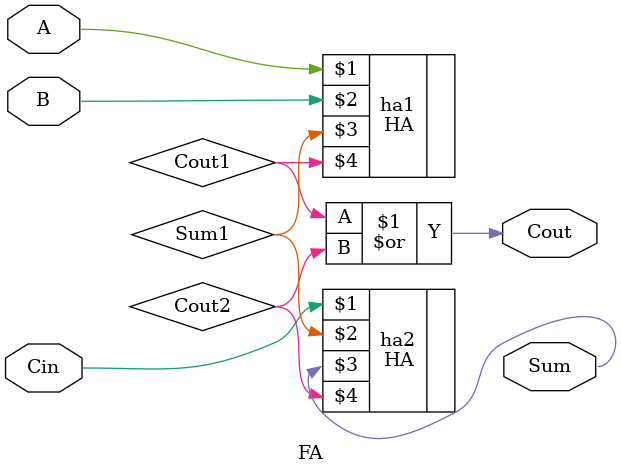
<source format=v>
module FA(A,B,Cin,Cout,Sum);
input A,B,Cin;
output Cout,Sum;
wire Cout1,Cout2,Sum1;

HA ha1(A,B,Sum1,Cout1);
HA ha2(Cin,Sum1,Sum,Cout2);

assign Cout=Cout1 | Cout2;


endmodule
</source>
